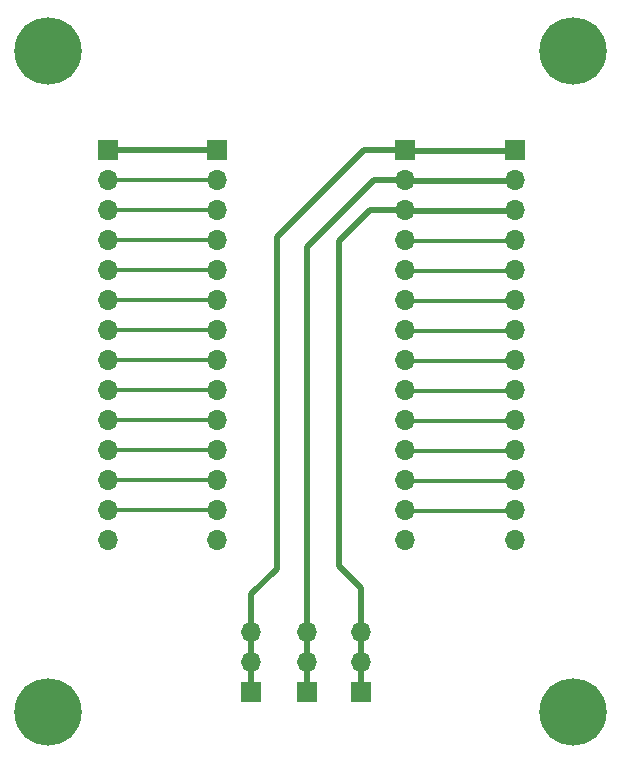
<source format=gbr>
%TF.GenerationSoftware,KiCad,Pcbnew,(6.0.9)*%
%TF.CreationDate,2024-12-27T08:11:02-03:00*%
%TF.ProjectId,shield teensy_v2,73686965-6c64-4207-9465-656e73795f76,rev?*%
%TF.SameCoordinates,Original*%
%TF.FileFunction,Copper,L1,Top*%
%TF.FilePolarity,Positive*%
%FSLAX46Y46*%
G04 Gerber Fmt 4.6, Leading zero omitted, Abs format (unit mm)*
G04 Created by KiCad (PCBNEW (6.0.9)) date 2024-12-27 08:11:02*
%MOMM*%
%LPD*%
G01*
G04 APERTURE LIST*
%TA.AperFunction,ComponentPad*%
%ADD10C,5.700000*%
%TD*%
%TA.AperFunction,ComponentPad*%
%ADD11R,1.700000X1.700000*%
%TD*%
%TA.AperFunction,ComponentPad*%
%ADD12O,1.700000X1.700000*%
%TD*%
%TA.AperFunction,Conductor*%
%ADD13C,0.500000*%
%TD*%
%TA.AperFunction,Conductor*%
%ADD14C,0.300000*%
%TD*%
G04 APERTURE END LIST*
D10*
%TO.P,H4,1*%
%TO.N,N/C*%
X150210000Y-124650000D03*
%TD*%
D11*
%TO.P,J5,1,Pin_1*%
%TO.N,GND1*%
X172080000Y-122940000D03*
D12*
%TO.P,J5,2,Pin_2*%
X172080000Y-120400000D03*
%TO.P,J5,3,Pin_3*%
X172080000Y-117860000D03*
%TD*%
D10*
%TO.P,H3,1*%
%TO.N,N/C*%
X194660000Y-124650000D03*
%TD*%
%TO.P,H2,1*%
%TO.N,N/C*%
X194660000Y-68710000D03*
%TD*%
D11*
%TO.P,J2,1,Pin_1*%
%TO.N,+5V*%
X180370000Y-77025000D03*
D12*
%TO.P,J2,2,Pin_2*%
%TO.N,GND1*%
X180370000Y-79565000D03*
%TO.P,J2,3,Pin_3*%
%TO.N,+3.3V*%
X180370000Y-82105000D03*
%TO.P,J2,4,Pin_4*%
%TO.N,Net-(J2-Pad4)*%
X180370000Y-84645000D03*
%TO.P,J2,5,Pin_5*%
%TO.N,Net-(J2-Pad5)*%
X180370000Y-87185000D03*
%TO.P,J2,6,Pin_6*%
%TO.N,Net-(J2-Pad6)*%
X180370000Y-89725000D03*
%TO.P,J2,7,Pin_7*%
%TO.N,Net-(J2-Pad7)*%
X180370000Y-92265000D03*
%TO.P,J2,8,Pin_8*%
%TO.N,Net-(J2-Pad8)*%
X180370000Y-94805000D03*
%TO.P,J2,9,Pin_9*%
%TO.N,Net-(J2-Pad9)*%
X180370000Y-97345000D03*
%TO.P,J2,10,Pin_10*%
%TO.N,Net-(J2-Pad10)*%
X180370000Y-99885000D03*
%TO.P,J2,11,Pin_11*%
%TO.N,Net-(J2-Pad11)*%
X180370000Y-102425000D03*
%TO.P,J2,12,Pin_12*%
%TO.N,Net-(J2-Pad12)*%
X180370000Y-104965000D03*
%TO.P,J2,13,Pin_13*%
%TO.N,Net-(J2-Pad13)*%
X180370000Y-107505000D03*
%TO.P,J2,14,Pin_14*%
%TO.N,unconnected-(J2-Pad14)*%
X180370000Y-110045000D03*
%TD*%
D11*
%TO.P,J3,1,Pin_1*%
%TO.N,GND*%
X155241191Y-77025000D03*
D12*
%TO.P,J3,2,Pin_2*%
%TO.N,Net-(J1-Pad2)*%
X155241191Y-79565000D03*
%TO.P,J3,3,Pin_3*%
%TO.N,Net-(J1-Pad3)*%
X155241191Y-82105000D03*
%TO.P,J3,4,Pin_4*%
%TO.N,Net-(J1-Pad4)*%
X155241191Y-84645000D03*
%TO.P,J3,5,Pin_5*%
%TO.N,Net-(J1-Pad5)*%
X155241191Y-87185000D03*
%TO.P,J3,6,Pin_6*%
%TO.N,Net-(J1-Pad6)*%
X155241191Y-89725000D03*
%TO.P,J3,7,Pin_7*%
%TO.N,Net-(J1-Pad7)*%
X155241191Y-92265000D03*
%TO.P,J3,8,Pin_8*%
%TO.N,Net-(J1-Pad8)*%
X155241191Y-94805000D03*
%TO.P,J3,9,Pin_9*%
%TO.N,Net-(J1-Pad9)*%
X155241191Y-97345000D03*
%TO.P,J3,10,Pin_10*%
%TO.N,Net-(J1-Pad10)*%
X155241191Y-99885000D03*
%TO.P,J3,11,Pin_11*%
%TO.N,Net-(J1-Pad11)*%
X155241191Y-102425000D03*
%TO.P,J3,12,Pin_12*%
%TO.N,Net-(J1-Pad12)*%
X155241191Y-104965000D03*
%TO.P,J3,13,Pin_13*%
%TO.N,Net-(J1-Pad13)*%
X155241191Y-107505000D03*
%TO.P,J3,14,Pin_14*%
%TO.N,unconnected-(J3-Pad14)*%
X155241191Y-110045000D03*
%TD*%
D10*
%TO.P,H1,1*%
%TO.N,N/C*%
X150210000Y-68710000D03*
%TD*%
D11*
%TO.P,J6,1,Pin_1*%
%TO.N,+5V*%
X167390000Y-122940000D03*
D12*
%TO.P,J6,2,Pin_2*%
X167390000Y-120400000D03*
%TO.P,J6,3,Pin_3*%
X167390000Y-117860000D03*
%TD*%
D11*
%TO.P,J7,1,Pin_1*%
%TO.N,+3.3V*%
X176680000Y-122940000D03*
D12*
%TO.P,J7,2,Pin_2*%
X176680000Y-120400000D03*
%TO.P,J7,3,Pin_3*%
X176680000Y-117860000D03*
%TD*%
D11*
%TO.P,J1,1,Pin_1*%
%TO.N,GND*%
X164456191Y-77025000D03*
D12*
%TO.P,J1,2,Pin_2*%
%TO.N,Net-(J1-Pad2)*%
X164456191Y-79565000D03*
%TO.P,J1,3,Pin_3*%
%TO.N,Net-(J1-Pad3)*%
X164456191Y-82105000D03*
%TO.P,J1,4,Pin_4*%
%TO.N,Net-(J1-Pad4)*%
X164456191Y-84645000D03*
%TO.P,J1,5,Pin_5*%
%TO.N,Net-(J1-Pad5)*%
X164456191Y-87185000D03*
%TO.P,J1,6,Pin_6*%
%TO.N,Net-(J1-Pad6)*%
X164456191Y-89725000D03*
%TO.P,J1,7,Pin_7*%
%TO.N,Net-(J1-Pad7)*%
X164456191Y-92265000D03*
%TO.P,J1,8,Pin_8*%
%TO.N,Net-(J1-Pad8)*%
X164456191Y-94805000D03*
%TO.P,J1,9,Pin_9*%
%TO.N,Net-(J1-Pad9)*%
X164456191Y-97345000D03*
%TO.P,J1,10,Pin_10*%
%TO.N,Net-(J1-Pad10)*%
X164456191Y-99885000D03*
%TO.P,J1,11,Pin_11*%
%TO.N,Net-(J1-Pad11)*%
X164456191Y-102425000D03*
%TO.P,J1,12,Pin_12*%
%TO.N,Net-(J1-Pad12)*%
X164456191Y-104965000D03*
%TO.P,J1,13,Pin_13*%
%TO.N,Net-(J1-Pad13)*%
X164456191Y-107505000D03*
%TO.P,J1,14,Pin_14*%
%TO.N,unconnected-(J1-Pad14)*%
X164456191Y-110045000D03*
%TD*%
D11*
%TO.P,J4,1,Pin_1*%
%TO.N,+5V*%
X189720715Y-77025000D03*
D12*
%TO.P,J4,2,Pin_2*%
%TO.N,GND1*%
X189720715Y-79565000D03*
%TO.P,J4,3,Pin_3*%
%TO.N,+3.3V*%
X189720715Y-82105000D03*
%TO.P,J4,4,Pin_4*%
%TO.N,Net-(J2-Pad4)*%
X189720715Y-84645000D03*
%TO.P,J4,5,Pin_5*%
%TO.N,Net-(J2-Pad5)*%
X189720715Y-87185000D03*
%TO.P,J4,6,Pin_6*%
%TO.N,Net-(J2-Pad6)*%
X189720715Y-89725000D03*
%TO.P,J4,7,Pin_7*%
%TO.N,Net-(J2-Pad7)*%
X189720715Y-92265000D03*
%TO.P,J4,8,Pin_8*%
%TO.N,Net-(J2-Pad8)*%
X189720715Y-94805000D03*
%TO.P,J4,9,Pin_9*%
%TO.N,Net-(J2-Pad9)*%
X189720715Y-97345000D03*
%TO.P,J4,10,Pin_10*%
%TO.N,Net-(J2-Pad10)*%
X189720715Y-99885000D03*
%TO.P,J4,11,Pin_11*%
%TO.N,Net-(J2-Pad11)*%
X189720715Y-102425000D03*
%TO.P,J4,12,Pin_12*%
%TO.N,Net-(J2-Pad12)*%
X189720715Y-104965000D03*
%TO.P,J4,13,Pin_13*%
%TO.N,Net-(J2-Pad13)*%
X189720715Y-107505000D03*
%TO.P,J4,14,Pin_14*%
%TO.N,unconnected-(J4-Pad14)*%
X189720715Y-110045000D03*
%TD*%
D13*
%TO.N,GND*%
X155241191Y-77025000D02*
X164456191Y-77025000D01*
D14*
%TO.N,Net-(J1-Pad4)*%
X155241191Y-84645000D02*
X164456191Y-84645000D01*
%TO.N,Net-(J1-Pad5)*%
X155241191Y-87185000D02*
X164456191Y-87185000D01*
%TO.N,Net-(J1-Pad10)*%
X155241191Y-99885000D02*
X164456191Y-99885000D01*
%TO.N,Net-(J1-Pad11)*%
X155241191Y-102425000D02*
X164456191Y-102425000D01*
%TO.N,Net-(J1-Pad12)*%
X155241191Y-104965000D02*
X164456191Y-104965000D01*
%TO.N,Net-(J1-Pad13)*%
X155241191Y-107505000D02*
X164456191Y-107505000D01*
D13*
%TO.N,+3.3V*%
X174800000Y-84740000D02*
X174800000Y-112240000D01*
X176680000Y-117860000D02*
X176680000Y-120400000D01*
X176680000Y-114120000D02*
X176680000Y-117860000D01*
X174800000Y-112240000D02*
X176680000Y-114120000D01*
X180370000Y-82105000D02*
X177435000Y-82105000D01*
X180370000Y-82180714D02*
X189720715Y-82180714D01*
X177435000Y-82105000D02*
X174800000Y-84740000D01*
X176680000Y-120400000D02*
X176680000Y-122940000D01*
D14*
%TO.N,Net-(J1-Pad6)*%
X155241191Y-89725000D02*
X164456191Y-89725000D01*
%TO.N,Net-(J1-Pad7)*%
X155241191Y-92265000D02*
X164456191Y-92265000D01*
D13*
%TO.N,GND1*%
X172080000Y-120400000D02*
X172080000Y-122940000D01*
X172080000Y-117860000D02*
X172080000Y-120400000D01*
X180370000Y-79565000D02*
X177765000Y-79565000D01*
X172080000Y-85250000D02*
X172080000Y-117860000D01*
X180370000Y-79640714D02*
X189720715Y-79640714D01*
X177765000Y-79565000D02*
X172080000Y-85250000D01*
%TO.N,+5V*%
X169570000Y-84400000D02*
X169570000Y-112500000D01*
X169570000Y-112500000D02*
X167390000Y-114680000D01*
X167390000Y-117860000D02*
X167390000Y-120400000D01*
X176945000Y-77025000D02*
X169570000Y-84400000D01*
X167390000Y-120400000D02*
X167390000Y-122940000D01*
X180370000Y-77025000D02*
X176945000Y-77025000D01*
X180370000Y-77100714D02*
X189720715Y-77100714D01*
X167390000Y-114680000D02*
X167390000Y-117860000D01*
D14*
%TO.N,Net-(J2-Pad4)*%
X180370000Y-84720714D02*
X189720715Y-84720714D01*
%TO.N,Net-(J2-Pad5)*%
X180370000Y-87260714D02*
X189720715Y-87260714D01*
%TO.N,Net-(J2-Pad6)*%
X189720715Y-89800714D02*
X180370000Y-89800714D01*
%TO.N,Net-(J2-Pad7)*%
X180370000Y-92340714D02*
X189720715Y-92340714D01*
%TO.N,Net-(J2-Pad8)*%
X180370000Y-94880714D02*
X189720715Y-94880714D01*
%TO.N,Net-(J2-Pad9)*%
X189720715Y-97420714D02*
X180370000Y-97420714D01*
%TO.N,Net-(J2-Pad10)*%
X180370000Y-99960714D02*
X189720715Y-99960714D01*
%TO.N,Net-(J2-Pad11)*%
X189720715Y-102500714D02*
X180370000Y-102500714D01*
%TO.N,Net-(J2-Pad12)*%
X180370000Y-105040714D02*
X189720715Y-105040714D01*
%TO.N,Net-(J2-Pad13)*%
X180370000Y-107580714D02*
X189720715Y-107580714D01*
%TO.N,Net-(J1-Pad2)*%
X155241191Y-79565000D02*
X164456191Y-79565000D01*
%TO.N,Net-(J1-Pad3)*%
X155241191Y-82105000D02*
X164456191Y-82105000D01*
%TO.N,Net-(J1-Pad8)*%
X155241191Y-94805000D02*
X164456191Y-94805000D01*
%TO.N,Net-(J1-Pad9)*%
X155241191Y-97345000D02*
X164456191Y-97345000D01*
%TD*%
M02*

</source>
